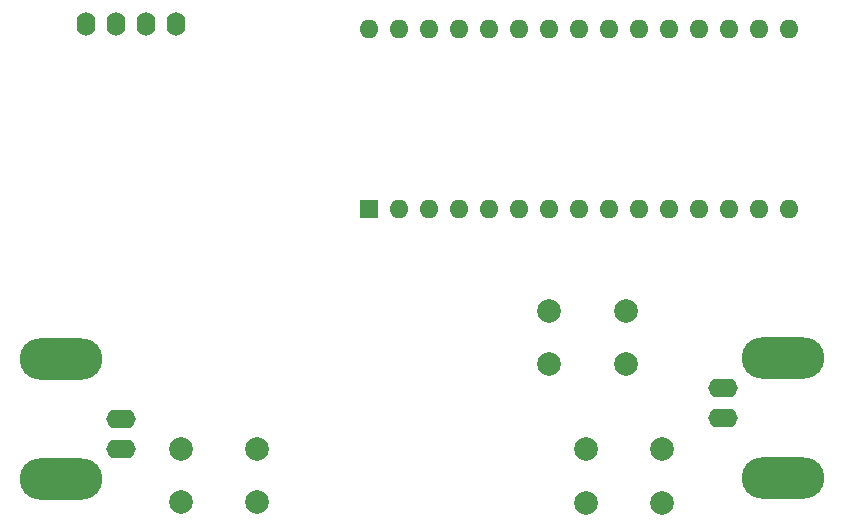
<source format=gbr>
%TF.GenerationSoftware,KiCad,Pcbnew,7.0.10*%
%TF.CreationDate,2024-02-22T19:55:08+01:00*%
%TF.ProjectId,Unibias,556e6962-6961-4732-9e6b-696361645f70,rev?*%
%TF.SameCoordinates,Original*%
%TF.FileFunction,Soldermask,Bot*%
%TF.FilePolarity,Negative*%
%FSLAX46Y46*%
G04 Gerber Fmt 4.6, Leading zero omitted, Abs format (unit mm)*
G04 Created by KiCad (PCBNEW 7.0.10) date 2024-02-22 19:55:08*
%MOMM*%
%LPD*%
G01*
G04 APERTURE LIST*
%ADD10O,2.500000X1.600000*%
%ADD11O,7.000000X3.500000*%
%ADD12R,1.600000X1.600000*%
%ADD13O,1.600000X1.600000*%
%ADD14C,2.000000*%
%ADD15O,1.600000X2.000000*%
G04 APERTURE END LIST*
D10*
%TO.C,J2*%
X184950000Y-96420000D03*
D11*
X190030000Y-91340000D03*
D10*
X184950000Y-93880000D03*
D11*
X190030000Y-101500000D03*
%TD*%
D12*
%TO.C,A1*%
X154940000Y-78740000D03*
D13*
X157480000Y-78740000D03*
X160020000Y-78740000D03*
X162560000Y-78740000D03*
X165100000Y-78740000D03*
X167640000Y-78740000D03*
X170180000Y-78740000D03*
X172720000Y-78740000D03*
X175260000Y-78740000D03*
X177800000Y-78740000D03*
X180340000Y-78740000D03*
X182880000Y-78740000D03*
X185420000Y-78740000D03*
X187960000Y-78740000D03*
X190500000Y-78740000D03*
X190500000Y-63500000D03*
X187960000Y-63500000D03*
X185420000Y-63500000D03*
X182880000Y-63500000D03*
X180340000Y-63500000D03*
X177800000Y-63500000D03*
X175260000Y-63500000D03*
X172720000Y-63500000D03*
X170180000Y-63500000D03*
X167640000Y-63500000D03*
X165100000Y-63500000D03*
X162560000Y-63500000D03*
X160020000Y-63500000D03*
X157480000Y-63500000D03*
X154940000Y-63500000D03*
%TD*%
D10*
%TO.C,J1*%
X133980000Y-96520000D03*
D11*
X128900000Y-101600000D03*
D10*
X133980000Y-99060000D03*
D11*
X128900000Y-91440000D03*
%TD*%
D14*
%TO.C,SW2*%
X179780000Y-103596000D03*
X173280000Y-103596000D03*
X179780000Y-99096000D03*
X173280000Y-99096000D03*
%TD*%
D15*
%TO.C,Brd1*%
X131000000Y-63060000D03*
X133540000Y-63060000D03*
X136080000Y-63060000D03*
X138620000Y-63060000D03*
%TD*%
D14*
%TO.C,SW1*%
X145490000Y-103560000D03*
X138990000Y-103560000D03*
X145490000Y-99060000D03*
X138990000Y-99060000D03*
%TD*%
%TO.C,SW3*%
X176680000Y-91876000D03*
X170180000Y-91876000D03*
X176680000Y-87376000D03*
X170180000Y-87376000D03*
%TD*%
M02*

</source>
